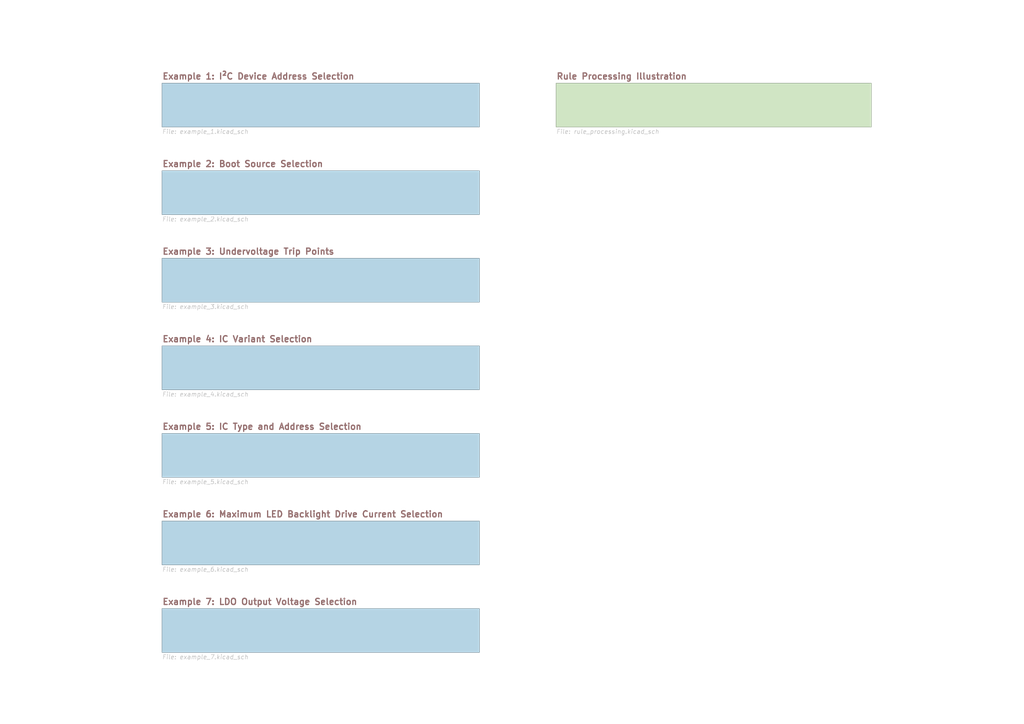
<source format=kicad_sch>
(kicad_sch
	(version 20231120)
	(generator "eeschema")
	(generator_version "8.0")
	(uuid "cd745a5c-45fb-4106-85c8-c86c130b6ee7")
	(paper "A4")
	(title_block
		(title "KiVar Demo")
		(date "2024-09-16")
		(rev "0.4.0")
		(company "Author: Mark Hämmerling <dev@markh.de>")
		(comment 1 "https://github.com/markh-de/KiVar")
		(comment 4 "Root Sheet")
	)
	(lib_symbols)
	(sheet
		(at 46.99 125.73)
		(size 92.075 12.7)
		(fields_autoplaced yes)
		(stroke
			(width 0.1524)
			(type solid)
			(color 125 147 158 1)
		)
		(fill
			(color 181 212 228 1.0000)
		)
		(uuid "0e980ce9-433f-4ae1-b84f-fd5b1f452ede")
		(property "Sheetname" "Example 5: IC Type and Address Selection"
			(at 46.99 124.7644 0)
			(effects
				(font
					(size 1.778 1.778)
					(bold yes)
					(color 146 108 108 1)
				)
				(justify left bottom)
			)
		)
		(property "Sheetfile" "example_5.kicad_sch"
			(at 46.99 139.0146 0)
			(effects
				(font
					(size 1.27 1.27)
					(italic yes)
					(color 194 194 194 1)
				)
				(justify left top)
			)
		)
		(instances
			(project "kivar-demo"
				(path "/cd745a5c-45fb-4106-85c8-c86c130b6ee7"
					(page "6")
				)
			)
		)
	)
	(sheet
		(at 161.29 24.13)
		(size 91.44 12.7)
		(fields_autoplaced yes)
		(stroke
			(width 0.1524)
			(type solid)
			(color 151 166 142 1)
		)
		(fill
			(color 208 229 196 1.0000)
		)
		(uuid "133d4058-5b5c-4077-bb0d-59323121a93a")
		(property "Sheetname" "Rule Processing Illustration"
			(at 161.29 23.1644 0)
			(effects
				(font
					(size 1.778 1.778)
					(bold yes)
					(color 146 108 108 1)
				)
				(justify left bottom)
			)
		)
		(property "Sheetfile" "rule_processing.kicad_sch"
			(at 161.29 37.4146 0)
			(effects
				(font
					(size 1.27 1.27)
					(italic yes)
					(color 194 194 194 1)
				)
				(justify left top)
			)
		)
		(instances
			(project "kivar-demo"
				(path "/cd745a5c-45fb-4106-85c8-c86c130b6ee7"
					(page "9")
				)
			)
		)
	)
	(sheet
		(at 46.99 176.53)
		(size 92.075 12.7)
		(fields_autoplaced yes)
		(stroke
			(width 0.1524)
			(type solid)
			(color 125 147 158 1)
		)
		(fill
			(color 181 212 228 1.0000)
		)
		(uuid "6cc89fe7-613b-41f0-9c47-85b72f1b3014")
		(property "Sheetname" "Example 7: LDO Output Voltage Selection"
			(at 46.99 175.5644 0)
			(effects
				(font
					(size 1.778 1.778)
					(bold yes)
					(color 146 108 108 1)
				)
				(justify left bottom)
			)
		)
		(property "Sheetfile" "example_7.kicad_sch"
			(at 46.99 189.8146 0)
			(effects
				(font
					(size 1.27 1.27)
					(italic yes)
					(color 194 194 194 1)
				)
				(justify left top)
			)
		)
		(instances
			(project "kivar-demo"
				(path "/cd745a5c-45fb-4106-85c8-c86c130b6ee7"
					(page "8")
				)
			)
		)
	)
	(sheet
		(at 46.99 24.13)
		(size 92.075 12.7)
		(fields_autoplaced yes)
		(stroke
			(width 0.1524)
			(type solid)
			(color 125 147 158 1)
		)
		(fill
			(color 181 212 228 1.0000)
		)
		(uuid "819719b2-602e-433d-a771-1f2596d21337")
		(property "Sheetname" "Example 1: I²C Device Address Selection"
			(at 46.99 23.1644 0)
			(effects
				(font
					(size 1.778 1.778)
					(bold yes)
					(color 146 108 108 1)
				)
				(justify left bottom)
			)
		)
		(property "Sheetfile" "example_1.kicad_sch"
			(at 46.99 37.4146 0)
			(effects
				(font
					(size 1.27 1.27)
					(italic yes)
					(color 194 194 194 1)
				)
				(justify left top)
			)
		)
		(instances
			(project "kivar-demo"
				(path "/cd745a5c-45fb-4106-85c8-c86c130b6ee7"
					(page "2")
				)
			)
		)
	)
	(sheet
		(at 46.99 74.93)
		(size 92.075 12.7)
		(fields_autoplaced yes)
		(stroke
			(width 0.1524)
			(type solid)
			(color 125 147 158 1)
		)
		(fill
			(color 181 212 228 1.0000)
		)
		(uuid "98917921-089a-4f53-9391-423838589d96")
		(property "Sheetname" "Example 3: Undervoltage Trip Points"
			(at 46.99 73.9644 0)
			(effects
				(font
					(size 1.778 1.778)
					(bold yes)
					(color 146 108 108 1)
				)
				(justify left bottom)
			)
		)
		(property "Sheetfile" "example_3.kicad_sch"
			(at 46.99 88.2146 0)
			(effects
				(font
					(size 1.27 1.27)
					(italic yes)
					(color 194 194 194 1)
				)
				(justify left top)
			)
		)
		(instances
			(project "kivar-demo"
				(path "/cd745a5c-45fb-4106-85c8-c86c130b6ee7"
					(page "4")
				)
			)
		)
	)
	(sheet
		(at 46.99 100.33)
		(size 92.075 12.7)
		(fields_autoplaced yes)
		(stroke
			(width 0.1524)
			(type solid)
			(color 125 147 158 1)
		)
		(fill
			(color 181 212 228 1.0000)
		)
		(uuid "b90e2ece-31a9-44a1-a7e2-4f98d0159cd7")
		(property "Sheetname" "Example 4: IC Variant Selection"
			(at 46.99 99.3644 0)
			(effects
				(font
					(size 1.778 1.778)
					(bold yes)
					(color 146 108 108 1)
				)
				(justify left bottom)
			)
		)
		(property "Sheetfile" "example_4.kicad_sch"
			(at 46.99 113.6146 0)
			(effects
				(font
					(size 1.27 1.27)
					(italic yes)
					(color 194 194 194 1)
				)
				(justify left top)
			)
		)
		(instances
			(project "kivar-demo"
				(path "/cd745a5c-45fb-4106-85c8-c86c130b6ee7"
					(page "5")
				)
			)
		)
	)
	(sheet
		(at 46.99 151.13)
		(size 92.075 12.7)
		(fields_autoplaced yes)
		(stroke
			(width 0.1524)
			(type solid)
			(color 125 147 158 1)
		)
		(fill
			(color 181 212 228 1.0000)
		)
		(uuid "efd04459-986c-49c2-bdc3-96a700b4a724")
		(property "Sheetname" "Example 6: Maximum LED Backlight Drive Current Selection"
			(at 46.99 150.1644 0)
			(effects
				(font
					(size 1.778 1.778)
					(bold yes)
					(color 146 108 108 1)
				)
				(justify left bottom)
			)
		)
		(property "Sheetfile" "example_6.kicad_sch"
			(at 46.99 164.4146 0)
			(effects
				(font
					(size 1.27 1.27)
					(italic yes)
					(color 194 194 194 1)
				)
				(justify left top)
			)
		)
		(instances
			(project "kivar-demo"
				(path "/cd745a5c-45fb-4106-85c8-c86c130b6ee7"
					(page "7")
				)
			)
		)
	)
	(sheet
		(at 46.99 49.53)
		(size 92.075 12.7)
		(fields_autoplaced yes)
		(stroke
			(width 0.1524)
			(type solid)
			(color 125 147 158 1)
		)
		(fill
			(color 181 212 228 1.0000)
		)
		(uuid "f1bdcd00-da00-4cca-b21f-4862aa5c3200")
		(property "Sheetname" "Example 2: Boot Source Selection"
			(at 46.99 48.5644 0)
			(effects
				(font
					(size 1.778 1.778)
					(bold yes)
					(color 146 108 108 1)
				)
				(justify left bottom)
			)
		)
		(property "Sheetfile" "example_2.kicad_sch"
			(at 46.99 62.8146 0)
			(effects
				(font
					(size 1.27 1.27)
					(italic yes)
					(color 194 194 194 1)
				)
				(justify left top)
			)
		)
		(instances
			(project "kivar-demo"
				(path "/cd745a5c-45fb-4106-85c8-c86c130b6ee7"
					(page "3")
				)
			)
		)
	)
	(sheet_instances
		(path "/"
			(page "1")
		)
	)
)

</source>
